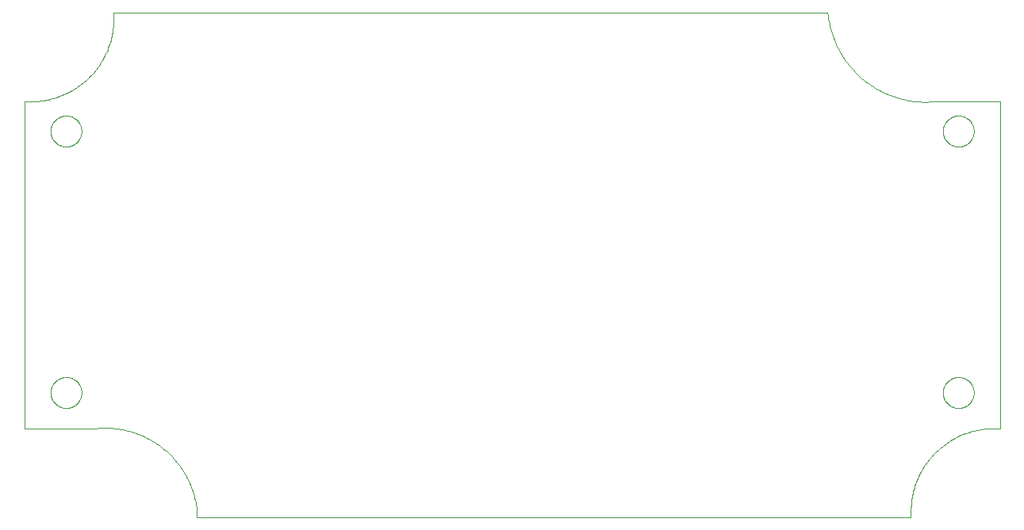
<source format=gko>
G75*
%MOIN*%
%OFA0B0*%
%FSLAX25Y25*%
%IPPOS*%
%LPD*%
%AMOC8*
5,1,8,0,0,1.08239X$1,22.5*
%
%ADD10C,0.00000*%
D10*
X0031787Y0071250D02*
X0032739Y0071330D01*
X0033693Y0071387D01*
X0034648Y0071421D01*
X0035603Y0071431D01*
X0036559Y0071418D01*
X0037513Y0071381D01*
X0038467Y0071321D01*
X0039419Y0071237D01*
X0040368Y0071130D01*
X0041315Y0071000D01*
X0042258Y0070846D01*
X0043197Y0070670D01*
X0044131Y0070470D01*
X0045061Y0070248D01*
X0045984Y0070003D01*
X0046901Y0069735D01*
X0047812Y0069445D01*
X0048715Y0069133D01*
X0049610Y0068798D01*
X0050496Y0068442D01*
X0051374Y0068064D01*
X0052242Y0067665D01*
X0053100Y0067244D01*
X0053947Y0066803D01*
X0054784Y0066341D01*
X0055608Y0065858D01*
X0056421Y0065356D01*
X0057221Y0064833D01*
X0058008Y0064291D01*
X0058781Y0063730D01*
X0059541Y0063150D01*
X0060286Y0062552D01*
X0061016Y0061936D01*
X0061730Y0061301D01*
X0062429Y0060650D01*
X0063112Y0059982D01*
X0063778Y0059297D01*
X0064427Y0058595D01*
X0065059Y0057878D01*
X0065673Y0057146D01*
X0066269Y0056399D01*
X0066846Y0055638D01*
X0067404Y0054863D01*
X0067944Y0054074D01*
X0068463Y0053272D01*
X0068963Y0052458D01*
X0069443Y0051631D01*
X0069902Y0050794D01*
X0070341Y0049945D01*
X0070758Y0049085D01*
X0071155Y0048216D01*
X0071530Y0047337D01*
X0071883Y0046449D01*
X0072215Y0045553D01*
X0072524Y0044649D01*
X0072811Y0043738D01*
X0073075Y0042820D01*
X0073317Y0041895D01*
X0073537Y0040965D01*
X0073733Y0040030D01*
X0073906Y0039090D01*
X0074056Y0038147D01*
X0074183Y0037200D01*
X0074287Y0036250D01*
X0074287Y0033750D01*
X0374287Y0033750D01*
X0374287Y0036250D01*
X0374297Y0037096D01*
X0374328Y0037941D01*
X0374379Y0038785D01*
X0374450Y0039628D01*
X0374542Y0040469D01*
X0374654Y0041307D01*
X0374787Y0042142D01*
X0374939Y0042974D01*
X0375112Y0043802D01*
X0375304Y0044626D01*
X0375516Y0045445D01*
X0375748Y0046258D01*
X0376000Y0047066D01*
X0376271Y0047867D01*
X0376561Y0048661D01*
X0376871Y0049448D01*
X0377199Y0050228D01*
X0377546Y0050999D01*
X0377912Y0051762D01*
X0378296Y0052515D01*
X0378698Y0053259D01*
X0379118Y0053994D01*
X0379556Y0054717D01*
X0380011Y0055430D01*
X0380483Y0056132D01*
X0380971Y0056822D01*
X0381477Y0057501D01*
X0381998Y0058166D01*
X0382536Y0058819D01*
X0383089Y0059459D01*
X0383658Y0060086D01*
X0384241Y0060698D01*
X0384839Y0061296D01*
X0385451Y0061879D01*
X0386078Y0062448D01*
X0386718Y0063001D01*
X0387371Y0063539D01*
X0388036Y0064060D01*
X0388715Y0064566D01*
X0389405Y0065054D01*
X0390107Y0065526D01*
X0390820Y0065981D01*
X0391543Y0066419D01*
X0392278Y0066839D01*
X0393022Y0067241D01*
X0393775Y0067625D01*
X0394538Y0067991D01*
X0395309Y0068338D01*
X0396089Y0068666D01*
X0396876Y0068976D01*
X0397670Y0069266D01*
X0398471Y0069537D01*
X0399279Y0069789D01*
X0400092Y0070021D01*
X0400911Y0070233D01*
X0401735Y0070425D01*
X0402563Y0070598D01*
X0403395Y0070750D01*
X0404230Y0070883D01*
X0405068Y0070995D01*
X0405909Y0071087D01*
X0406752Y0071158D01*
X0407596Y0071209D01*
X0408441Y0071240D01*
X0409287Y0071250D01*
X0411787Y0071250D01*
X0411787Y0208750D01*
X0384287Y0208750D01*
X0387791Y0196250D02*
X0387793Y0196411D01*
X0387799Y0196571D01*
X0387809Y0196732D01*
X0387823Y0196892D01*
X0387841Y0197051D01*
X0387862Y0197211D01*
X0387888Y0197369D01*
X0387918Y0197527D01*
X0387951Y0197684D01*
X0387989Y0197841D01*
X0388030Y0197996D01*
X0388075Y0198150D01*
X0388124Y0198303D01*
X0388177Y0198455D01*
X0388233Y0198605D01*
X0388293Y0198754D01*
X0388357Y0198902D01*
X0388424Y0199048D01*
X0388495Y0199192D01*
X0388570Y0199334D01*
X0388648Y0199475D01*
X0388729Y0199613D01*
X0388814Y0199750D01*
X0388903Y0199884D01*
X0388994Y0200016D01*
X0389089Y0200146D01*
X0389187Y0200273D01*
X0389288Y0200398D01*
X0389392Y0200521D01*
X0389499Y0200640D01*
X0389609Y0200757D01*
X0389722Y0200872D01*
X0389838Y0200983D01*
X0389956Y0201092D01*
X0390077Y0201197D01*
X0390201Y0201300D01*
X0390327Y0201400D01*
X0390456Y0201496D01*
X0390587Y0201589D01*
X0390720Y0201679D01*
X0390855Y0201766D01*
X0390993Y0201849D01*
X0391132Y0201928D01*
X0391274Y0202005D01*
X0391417Y0202078D01*
X0391562Y0202147D01*
X0391709Y0202212D01*
X0391857Y0202274D01*
X0392007Y0202333D01*
X0392158Y0202387D01*
X0392310Y0202438D01*
X0392464Y0202485D01*
X0392619Y0202528D01*
X0392774Y0202567D01*
X0392931Y0202603D01*
X0393089Y0202635D01*
X0393247Y0202662D01*
X0393406Y0202686D01*
X0393565Y0202706D01*
X0393725Y0202722D01*
X0393886Y0202734D01*
X0394046Y0202742D01*
X0394207Y0202746D01*
X0394367Y0202746D01*
X0394528Y0202742D01*
X0394688Y0202734D01*
X0394849Y0202722D01*
X0395009Y0202706D01*
X0395168Y0202686D01*
X0395327Y0202662D01*
X0395485Y0202635D01*
X0395643Y0202603D01*
X0395800Y0202567D01*
X0395955Y0202528D01*
X0396110Y0202485D01*
X0396264Y0202438D01*
X0396416Y0202387D01*
X0396567Y0202333D01*
X0396717Y0202274D01*
X0396865Y0202212D01*
X0397012Y0202147D01*
X0397157Y0202078D01*
X0397300Y0202005D01*
X0397442Y0201928D01*
X0397581Y0201849D01*
X0397719Y0201766D01*
X0397854Y0201679D01*
X0397987Y0201589D01*
X0398118Y0201496D01*
X0398247Y0201400D01*
X0398373Y0201300D01*
X0398497Y0201197D01*
X0398618Y0201092D01*
X0398736Y0200983D01*
X0398852Y0200872D01*
X0398965Y0200757D01*
X0399075Y0200640D01*
X0399182Y0200521D01*
X0399286Y0200398D01*
X0399387Y0200273D01*
X0399485Y0200146D01*
X0399580Y0200016D01*
X0399671Y0199884D01*
X0399760Y0199750D01*
X0399845Y0199613D01*
X0399926Y0199475D01*
X0400004Y0199334D01*
X0400079Y0199192D01*
X0400150Y0199048D01*
X0400217Y0198902D01*
X0400281Y0198754D01*
X0400341Y0198605D01*
X0400397Y0198455D01*
X0400450Y0198303D01*
X0400499Y0198150D01*
X0400544Y0197996D01*
X0400585Y0197841D01*
X0400623Y0197684D01*
X0400656Y0197527D01*
X0400686Y0197369D01*
X0400712Y0197211D01*
X0400733Y0197051D01*
X0400751Y0196892D01*
X0400765Y0196732D01*
X0400775Y0196571D01*
X0400781Y0196411D01*
X0400783Y0196250D01*
X0400781Y0196089D01*
X0400775Y0195929D01*
X0400765Y0195768D01*
X0400751Y0195608D01*
X0400733Y0195449D01*
X0400712Y0195289D01*
X0400686Y0195131D01*
X0400656Y0194973D01*
X0400623Y0194816D01*
X0400585Y0194659D01*
X0400544Y0194504D01*
X0400499Y0194350D01*
X0400450Y0194197D01*
X0400397Y0194045D01*
X0400341Y0193895D01*
X0400281Y0193746D01*
X0400217Y0193598D01*
X0400150Y0193452D01*
X0400079Y0193308D01*
X0400004Y0193166D01*
X0399926Y0193025D01*
X0399845Y0192887D01*
X0399760Y0192750D01*
X0399671Y0192616D01*
X0399580Y0192484D01*
X0399485Y0192354D01*
X0399387Y0192227D01*
X0399286Y0192102D01*
X0399182Y0191979D01*
X0399075Y0191860D01*
X0398965Y0191743D01*
X0398852Y0191628D01*
X0398736Y0191517D01*
X0398618Y0191408D01*
X0398497Y0191303D01*
X0398373Y0191200D01*
X0398247Y0191100D01*
X0398118Y0191004D01*
X0397987Y0190911D01*
X0397854Y0190821D01*
X0397719Y0190734D01*
X0397581Y0190651D01*
X0397442Y0190572D01*
X0397300Y0190495D01*
X0397157Y0190422D01*
X0397012Y0190353D01*
X0396865Y0190288D01*
X0396717Y0190226D01*
X0396567Y0190167D01*
X0396416Y0190113D01*
X0396264Y0190062D01*
X0396110Y0190015D01*
X0395955Y0189972D01*
X0395800Y0189933D01*
X0395643Y0189897D01*
X0395485Y0189865D01*
X0395327Y0189838D01*
X0395168Y0189814D01*
X0395009Y0189794D01*
X0394849Y0189778D01*
X0394688Y0189766D01*
X0394528Y0189758D01*
X0394367Y0189754D01*
X0394207Y0189754D01*
X0394046Y0189758D01*
X0393886Y0189766D01*
X0393725Y0189778D01*
X0393565Y0189794D01*
X0393406Y0189814D01*
X0393247Y0189838D01*
X0393089Y0189865D01*
X0392931Y0189897D01*
X0392774Y0189933D01*
X0392619Y0189972D01*
X0392464Y0190015D01*
X0392310Y0190062D01*
X0392158Y0190113D01*
X0392007Y0190167D01*
X0391857Y0190226D01*
X0391709Y0190288D01*
X0391562Y0190353D01*
X0391417Y0190422D01*
X0391274Y0190495D01*
X0391132Y0190572D01*
X0390993Y0190651D01*
X0390855Y0190734D01*
X0390720Y0190821D01*
X0390587Y0190911D01*
X0390456Y0191004D01*
X0390327Y0191100D01*
X0390201Y0191200D01*
X0390077Y0191303D01*
X0389956Y0191408D01*
X0389838Y0191517D01*
X0389722Y0191628D01*
X0389609Y0191743D01*
X0389499Y0191860D01*
X0389392Y0191979D01*
X0389288Y0192102D01*
X0389187Y0192227D01*
X0389089Y0192354D01*
X0388994Y0192484D01*
X0388903Y0192616D01*
X0388814Y0192750D01*
X0388729Y0192887D01*
X0388648Y0193025D01*
X0388570Y0193166D01*
X0388495Y0193308D01*
X0388424Y0193452D01*
X0388357Y0193598D01*
X0388293Y0193746D01*
X0388233Y0193895D01*
X0388177Y0194045D01*
X0388124Y0194197D01*
X0388075Y0194350D01*
X0388030Y0194504D01*
X0387989Y0194659D01*
X0387951Y0194816D01*
X0387918Y0194973D01*
X0387888Y0195131D01*
X0387862Y0195289D01*
X0387841Y0195449D01*
X0387823Y0195608D01*
X0387809Y0195768D01*
X0387799Y0195929D01*
X0387793Y0196089D01*
X0387791Y0196250D01*
X0384287Y0208750D02*
X0383289Y0208672D01*
X0382290Y0208617D01*
X0381289Y0208587D01*
X0380288Y0208581D01*
X0379288Y0208599D01*
X0378287Y0208641D01*
X0377289Y0208708D01*
X0376292Y0208798D01*
X0375298Y0208913D01*
X0374306Y0209051D01*
X0373319Y0209214D01*
X0372335Y0209400D01*
X0371357Y0209610D01*
X0370383Y0209844D01*
X0369416Y0210101D01*
X0368455Y0210381D01*
X0367501Y0210685D01*
X0366555Y0211011D01*
X0365617Y0211361D01*
X0364688Y0211732D01*
X0363768Y0212126D01*
X0362857Y0212543D01*
X0361957Y0212981D01*
X0361068Y0213441D01*
X0360191Y0213922D01*
X0359325Y0214424D01*
X0358471Y0214947D01*
X0357631Y0215490D01*
X0356804Y0216054D01*
X0355990Y0216637D01*
X0355191Y0217240D01*
X0354407Y0217862D01*
X0353638Y0218503D01*
X0352885Y0219162D01*
X0352148Y0219839D01*
X0351427Y0220534D01*
X0350724Y0221246D01*
X0350038Y0221975D01*
X0349369Y0222720D01*
X0348719Y0223481D01*
X0348088Y0224258D01*
X0347475Y0225049D01*
X0346882Y0225856D01*
X0346308Y0226676D01*
X0345755Y0227510D01*
X0345221Y0228357D01*
X0344709Y0229216D01*
X0344217Y0230088D01*
X0343746Y0230972D01*
X0343297Y0231866D01*
X0342870Y0232771D01*
X0342465Y0233687D01*
X0342082Y0234611D01*
X0341721Y0235545D01*
X0341383Y0236487D01*
X0341068Y0237437D01*
X0340776Y0238395D01*
X0340507Y0239359D01*
X0340262Y0240329D01*
X0340040Y0241305D01*
X0339842Y0242286D01*
X0339667Y0243272D01*
X0339516Y0244261D01*
X0339390Y0245254D01*
X0339287Y0246250D01*
X0039287Y0246250D01*
X0039287Y0243750D01*
X0039277Y0242904D01*
X0039246Y0242059D01*
X0039195Y0241215D01*
X0039124Y0240372D01*
X0039032Y0239531D01*
X0038920Y0238693D01*
X0038787Y0237858D01*
X0038635Y0237026D01*
X0038462Y0236198D01*
X0038270Y0235374D01*
X0038058Y0234555D01*
X0037826Y0233742D01*
X0037574Y0232934D01*
X0037303Y0232133D01*
X0037013Y0231339D01*
X0036703Y0230552D01*
X0036375Y0229772D01*
X0036028Y0229001D01*
X0035662Y0228238D01*
X0035278Y0227485D01*
X0034876Y0226741D01*
X0034456Y0226006D01*
X0034018Y0225283D01*
X0033563Y0224570D01*
X0033091Y0223868D01*
X0032603Y0223178D01*
X0032097Y0222499D01*
X0031576Y0221834D01*
X0031038Y0221181D01*
X0030485Y0220541D01*
X0029916Y0219914D01*
X0029333Y0219302D01*
X0028735Y0218704D01*
X0028123Y0218121D01*
X0027496Y0217552D01*
X0026856Y0216999D01*
X0026203Y0216461D01*
X0025538Y0215940D01*
X0024859Y0215434D01*
X0024169Y0214946D01*
X0023467Y0214474D01*
X0022754Y0214019D01*
X0022031Y0213581D01*
X0021296Y0213161D01*
X0020552Y0212759D01*
X0019799Y0212375D01*
X0019036Y0212009D01*
X0018265Y0211662D01*
X0017485Y0211334D01*
X0016698Y0211024D01*
X0015904Y0210734D01*
X0015103Y0210463D01*
X0014295Y0210211D01*
X0013482Y0209979D01*
X0012663Y0209767D01*
X0011839Y0209575D01*
X0011011Y0209402D01*
X0010179Y0209250D01*
X0009344Y0209117D01*
X0008506Y0209005D01*
X0007665Y0208913D01*
X0006822Y0208842D01*
X0005978Y0208791D01*
X0005133Y0208760D01*
X0004287Y0208750D01*
X0001787Y0208750D01*
X0001787Y0071250D01*
X0031787Y0071250D01*
X0012791Y0086250D02*
X0012793Y0086411D01*
X0012799Y0086571D01*
X0012809Y0086732D01*
X0012823Y0086892D01*
X0012841Y0087051D01*
X0012862Y0087211D01*
X0012888Y0087369D01*
X0012918Y0087527D01*
X0012951Y0087684D01*
X0012989Y0087841D01*
X0013030Y0087996D01*
X0013075Y0088150D01*
X0013124Y0088303D01*
X0013177Y0088455D01*
X0013233Y0088605D01*
X0013293Y0088754D01*
X0013357Y0088902D01*
X0013424Y0089048D01*
X0013495Y0089192D01*
X0013570Y0089334D01*
X0013648Y0089475D01*
X0013729Y0089613D01*
X0013814Y0089750D01*
X0013903Y0089884D01*
X0013994Y0090016D01*
X0014089Y0090146D01*
X0014187Y0090273D01*
X0014288Y0090398D01*
X0014392Y0090521D01*
X0014499Y0090640D01*
X0014609Y0090757D01*
X0014722Y0090872D01*
X0014838Y0090983D01*
X0014956Y0091092D01*
X0015077Y0091197D01*
X0015201Y0091300D01*
X0015327Y0091400D01*
X0015456Y0091496D01*
X0015587Y0091589D01*
X0015720Y0091679D01*
X0015855Y0091766D01*
X0015993Y0091849D01*
X0016132Y0091928D01*
X0016274Y0092005D01*
X0016417Y0092078D01*
X0016562Y0092147D01*
X0016709Y0092212D01*
X0016857Y0092274D01*
X0017007Y0092333D01*
X0017158Y0092387D01*
X0017310Y0092438D01*
X0017464Y0092485D01*
X0017619Y0092528D01*
X0017774Y0092567D01*
X0017931Y0092603D01*
X0018089Y0092635D01*
X0018247Y0092662D01*
X0018406Y0092686D01*
X0018565Y0092706D01*
X0018725Y0092722D01*
X0018886Y0092734D01*
X0019046Y0092742D01*
X0019207Y0092746D01*
X0019367Y0092746D01*
X0019528Y0092742D01*
X0019688Y0092734D01*
X0019849Y0092722D01*
X0020009Y0092706D01*
X0020168Y0092686D01*
X0020327Y0092662D01*
X0020485Y0092635D01*
X0020643Y0092603D01*
X0020800Y0092567D01*
X0020955Y0092528D01*
X0021110Y0092485D01*
X0021264Y0092438D01*
X0021416Y0092387D01*
X0021567Y0092333D01*
X0021717Y0092274D01*
X0021865Y0092212D01*
X0022012Y0092147D01*
X0022157Y0092078D01*
X0022300Y0092005D01*
X0022442Y0091928D01*
X0022581Y0091849D01*
X0022719Y0091766D01*
X0022854Y0091679D01*
X0022987Y0091589D01*
X0023118Y0091496D01*
X0023247Y0091400D01*
X0023373Y0091300D01*
X0023497Y0091197D01*
X0023618Y0091092D01*
X0023736Y0090983D01*
X0023852Y0090872D01*
X0023965Y0090757D01*
X0024075Y0090640D01*
X0024182Y0090521D01*
X0024286Y0090398D01*
X0024387Y0090273D01*
X0024485Y0090146D01*
X0024580Y0090016D01*
X0024671Y0089884D01*
X0024760Y0089750D01*
X0024845Y0089613D01*
X0024926Y0089475D01*
X0025004Y0089334D01*
X0025079Y0089192D01*
X0025150Y0089048D01*
X0025217Y0088902D01*
X0025281Y0088754D01*
X0025341Y0088605D01*
X0025397Y0088455D01*
X0025450Y0088303D01*
X0025499Y0088150D01*
X0025544Y0087996D01*
X0025585Y0087841D01*
X0025623Y0087684D01*
X0025656Y0087527D01*
X0025686Y0087369D01*
X0025712Y0087211D01*
X0025733Y0087051D01*
X0025751Y0086892D01*
X0025765Y0086732D01*
X0025775Y0086571D01*
X0025781Y0086411D01*
X0025783Y0086250D01*
X0025781Y0086089D01*
X0025775Y0085929D01*
X0025765Y0085768D01*
X0025751Y0085608D01*
X0025733Y0085449D01*
X0025712Y0085289D01*
X0025686Y0085131D01*
X0025656Y0084973D01*
X0025623Y0084816D01*
X0025585Y0084659D01*
X0025544Y0084504D01*
X0025499Y0084350D01*
X0025450Y0084197D01*
X0025397Y0084045D01*
X0025341Y0083895D01*
X0025281Y0083746D01*
X0025217Y0083598D01*
X0025150Y0083452D01*
X0025079Y0083308D01*
X0025004Y0083166D01*
X0024926Y0083025D01*
X0024845Y0082887D01*
X0024760Y0082750D01*
X0024671Y0082616D01*
X0024580Y0082484D01*
X0024485Y0082354D01*
X0024387Y0082227D01*
X0024286Y0082102D01*
X0024182Y0081979D01*
X0024075Y0081860D01*
X0023965Y0081743D01*
X0023852Y0081628D01*
X0023736Y0081517D01*
X0023618Y0081408D01*
X0023497Y0081303D01*
X0023373Y0081200D01*
X0023247Y0081100D01*
X0023118Y0081004D01*
X0022987Y0080911D01*
X0022854Y0080821D01*
X0022719Y0080734D01*
X0022581Y0080651D01*
X0022442Y0080572D01*
X0022300Y0080495D01*
X0022157Y0080422D01*
X0022012Y0080353D01*
X0021865Y0080288D01*
X0021717Y0080226D01*
X0021567Y0080167D01*
X0021416Y0080113D01*
X0021264Y0080062D01*
X0021110Y0080015D01*
X0020955Y0079972D01*
X0020800Y0079933D01*
X0020643Y0079897D01*
X0020485Y0079865D01*
X0020327Y0079838D01*
X0020168Y0079814D01*
X0020009Y0079794D01*
X0019849Y0079778D01*
X0019688Y0079766D01*
X0019528Y0079758D01*
X0019367Y0079754D01*
X0019207Y0079754D01*
X0019046Y0079758D01*
X0018886Y0079766D01*
X0018725Y0079778D01*
X0018565Y0079794D01*
X0018406Y0079814D01*
X0018247Y0079838D01*
X0018089Y0079865D01*
X0017931Y0079897D01*
X0017774Y0079933D01*
X0017619Y0079972D01*
X0017464Y0080015D01*
X0017310Y0080062D01*
X0017158Y0080113D01*
X0017007Y0080167D01*
X0016857Y0080226D01*
X0016709Y0080288D01*
X0016562Y0080353D01*
X0016417Y0080422D01*
X0016274Y0080495D01*
X0016132Y0080572D01*
X0015993Y0080651D01*
X0015855Y0080734D01*
X0015720Y0080821D01*
X0015587Y0080911D01*
X0015456Y0081004D01*
X0015327Y0081100D01*
X0015201Y0081200D01*
X0015077Y0081303D01*
X0014956Y0081408D01*
X0014838Y0081517D01*
X0014722Y0081628D01*
X0014609Y0081743D01*
X0014499Y0081860D01*
X0014392Y0081979D01*
X0014288Y0082102D01*
X0014187Y0082227D01*
X0014089Y0082354D01*
X0013994Y0082484D01*
X0013903Y0082616D01*
X0013814Y0082750D01*
X0013729Y0082887D01*
X0013648Y0083025D01*
X0013570Y0083166D01*
X0013495Y0083308D01*
X0013424Y0083452D01*
X0013357Y0083598D01*
X0013293Y0083746D01*
X0013233Y0083895D01*
X0013177Y0084045D01*
X0013124Y0084197D01*
X0013075Y0084350D01*
X0013030Y0084504D01*
X0012989Y0084659D01*
X0012951Y0084816D01*
X0012918Y0084973D01*
X0012888Y0085131D01*
X0012862Y0085289D01*
X0012841Y0085449D01*
X0012823Y0085608D01*
X0012809Y0085768D01*
X0012799Y0085929D01*
X0012793Y0086089D01*
X0012791Y0086250D01*
X0012791Y0196250D02*
X0012793Y0196411D01*
X0012799Y0196571D01*
X0012809Y0196732D01*
X0012823Y0196892D01*
X0012841Y0197051D01*
X0012862Y0197211D01*
X0012888Y0197369D01*
X0012918Y0197527D01*
X0012951Y0197684D01*
X0012989Y0197841D01*
X0013030Y0197996D01*
X0013075Y0198150D01*
X0013124Y0198303D01*
X0013177Y0198455D01*
X0013233Y0198605D01*
X0013293Y0198754D01*
X0013357Y0198902D01*
X0013424Y0199048D01*
X0013495Y0199192D01*
X0013570Y0199334D01*
X0013648Y0199475D01*
X0013729Y0199613D01*
X0013814Y0199750D01*
X0013903Y0199884D01*
X0013994Y0200016D01*
X0014089Y0200146D01*
X0014187Y0200273D01*
X0014288Y0200398D01*
X0014392Y0200521D01*
X0014499Y0200640D01*
X0014609Y0200757D01*
X0014722Y0200872D01*
X0014838Y0200983D01*
X0014956Y0201092D01*
X0015077Y0201197D01*
X0015201Y0201300D01*
X0015327Y0201400D01*
X0015456Y0201496D01*
X0015587Y0201589D01*
X0015720Y0201679D01*
X0015855Y0201766D01*
X0015993Y0201849D01*
X0016132Y0201928D01*
X0016274Y0202005D01*
X0016417Y0202078D01*
X0016562Y0202147D01*
X0016709Y0202212D01*
X0016857Y0202274D01*
X0017007Y0202333D01*
X0017158Y0202387D01*
X0017310Y0202438D01*
X0017464Y0202485D01*
X0017619Y0202528D01*
X0017774Y0202567D01*
X0017931Y0202603D01*
X0018089Y0202635D01*
X0018247Y0202662D01*
X0018406Y0202686D01*
X0018565Y0202706D01*
X0018725Y0202722D01*
X0018886Y0202734D01*
X0019046Y0202742D01*
X0019207Y0202746D01*
X0019367Y0202746D01*
X0019528Y0202742D01*
X0019688Y0202734D01*
X0019849Y0202722D01*
X0020009Y0202706D01*
X0020168Y0202686D01*
X0020327Y0202662D01*
X0020485Y0202635D01*
X0020643Y0202603D01*
X0020800Y0202567D01*
X0020955Y0202528D01*
X0021110Y0202485D01*
X0021264Y0202438D01*
X0021416Y0202387D01*
X0021567Y0202333D01*
X0021717Y0202274D01*
X0021865Y0202212D01*
X0022012Y0202147D01*
X0022157Y0202078D01*
X0022300Y0202005D01*
X0022442Y0201928D01*
X0022581Y0201849D01*
X0022719Y0201766D01*
X0022854Y0201679D01*
X0022987Y0201589D01*
X0023118Y0201496D01*
X0023247Y0201400D01*
X0023373Y0201300D01*
X0023497Y0201197D01*
X0023618Y0201092D01*
X0023736Y0200983D01*
X0023852Y0200872D01*
X0023965Y0200757D01*
X0024075Y0200640D01*
X0024182Y0200521D01*
X0024286Y0200398D01*
X0024387Y0200273D01*
X0024485Y0200146D01*
X0024580Y0200016D01*
X0024671Y0199884D01*
X0024760Y0199750D01*
X0024845Y0199613D01*
X0024926Y0199475D01*
X0025004Y0199334D01*
X0025079Y0199192D01*
X0025150Y0199048D01*
X0025217Y0198902D01*
X0025281Y0198754D01*
X0025341Y0198605D01*
X0025397Y0198455D01*
X0025450Y0198303D01*
X0025499Y0198150D01*
X0025544Y0197996D01*
X0025585Y0197841D01*
X0025623Y0197684D01*
X0025656Y0197527D01*
X0025686Y0197369D01*
X0025712Y0197211D01*
X0025733Y0197051D01*
X0025751Y0196892D01*
X0025765Y0196732D01*
X0025775Y0196571D01*
X0025781Y0196411D01*
X0025783Y0196250D01*
X0025781Y0196089D01*
X0025775Y0195929D01*
X0025765Y0195768D01*
X0025751Y0195608D01*
X0025733Y0195449D01*
X0025712Y0195289D01*
X0025686Y0195131D01*
X0025656Y0194973D01*
X0025623Y0194816D01*
X0025585Y0194659D01*
X0025544Y0194504D01*
X0025499Y0194350D01*
X0025450Y0194197D01*
X0025397Y0194045D01*
X0025341Y0193895D01*
X0025281Y0193746D01*
X0025217Y0193598D01*
X0025150Y0193452D01*
X0025079Y0193308D01*
X0025004Y0193166D01*
X0024926Y0193025D01*
X0024845Y0192887D01*
X0024760Y0192750D01*
X0024671Y0192616D01*
X0024580Y0192484D01*
X0024485Y0192354D01*
X0024387Y0192227D01*
X0024286Y0192102D01*
X0024182Y0191979D01*
X0024075Y0191860D01*
X0023965Y0191743D01*
X0023852Y0191628D01*
X0023736Y0191517D01*
X0023618Y0191408D01*
X0023497Y0191303D01*
X0023373Y0191200D01*
X0023247Y0191100D01*
X0023118Y0191004D01*
X0022987Y0190911D01*
X0022854Y0190821D01*
X0022719Y0190734D01*
X0022581Y0190651D01*
X0022442Y0190572D01*
X0022300Y0190495D01*
X0022157Y0190422D01*
X0022012Y0190353D01*
X0021865Y0190288D01*
X0021717Y0190226D01*
X0021567Y0190167D01*
X0021416Y0190113D01*
X0021264Y0190062D01*
X0021110Y0190015D01*
X0020955Y0189972D01*
X0020800Y0189933D01*
X0020643Y0189897D01*
X0020485Y0189865D01*
X0020327Y0189838D01*
X0020168Y0189814D01*
X0020009Y0189794D01*
X0019849Y0189778D01*
X0019688Y0189766D01*
X0019528Y0189758D01*
X0019367Y0189754D01*
X0019207Y0189754D01*
X0019046Y0189758D01*
X0018886Y0189766D01*
X0018725Y0189778D01*
X0018565Y0189794D01*
X0018406Y0189814D01*
X0018247Y0189838D01*
X0018089Y0189865D01*
X0017931Y0189897D01*
X0017774Y0189933D01*
X0017619Y0189972D01*
X0017464Y0190015D01*
X0017310Y0190062D01*
X0017158Y0190113D01*
X0017007Y0190167D01*
X0016857Y0190226D01*
X0016709Y0190288D01*
X0016562Y0190353D01*
X0016417Y0190422D01*
X0016274Y0190495D01*
X0016132Y0190572D01*
X0015993Y0190651D01*
X0015855Y0190734D01*
X0015720Y0190821D01*
X0015587Y0190911D01*
X0015456Y0191004D01*
X0015327Y0191100D01*
X0015201Y0191200D01*
X0015077Y0191303D01*
X0014956Y0191408D01*
X0014838Y0191517D01*
X0014722Y0191628D01*
X0014609Y0191743D01*
X0014499Y0191860D01*
X0014392Y0191979D01*
X0014288Y0192102D01*
X0014187Y0192227D01*
X0014089Y0192354D01*
X0013994Y0192484D01*
X0013903Y0192616D01*
X0013814Y0192750D01*
X0013729Y0192887D01*
X0013648Y0193025D01*
X0013570Y0193166D01*
X0013495Y0193308D01*
X0013424Y0193452D01*
X0013357Y0193598D01*
X0013293Y0193746D01*
X0013233Y0193895D01*
X0013177Y0194045D01*
X0013124Y0194197D01*
X0013075Y0194350D01*
X0013030Y0194504D01*
X0012989Y0194659D01*
X0012951Y0194816D01*
X0012918Y0194973D01*
X0012888Y0195131D01*
X0012862Y0195289D01*
X0012841Y0195449D01*
X0012823Y0195608D01*
X0012809Y0195768D01*
X0012799Y0195929D01*
X0012793Y0196089D01*
X0012791Y0196250D01*
X0387791Y0086250D02*
X0387793Y0086411D01*
X0387799Y0086571D01*
X0387809Y0086732D01*
X0387823Y0086892D01*
X0387841Y0087051D01*
X0387862Y0087211D01*
X0387888Y0087369D01*
X0387918Y0087527D01*
X0387951Y0087684D01*
X0387989Y0087841D01*
X0388030Y0087996D01*
X0388075Y0088150D01*
X0388124Y0088303D01*
X0388177Y0088455D01*
X0388233Y0088605D01*
X0388293Y0088754D01*
X0388357Y0088902D01*
X0388424Y0089048D01*
X0388495Y0089192D01*
X0388570Y0089334D01*
X0388648Y0089475D01*
X0388729Y0089613D01*
X0388814Y0089750D01*
X0388903Y0089884D01*
X0388994Y0090016D01*
X0389089Y0090146D01*
X0389187Y0090273D01*
X0389288Y0090398D01*
X0389392Y0090521D01*
X0389499Y0090640D01*
X0389609Y0090757D01*
X0389722Y0090872D01*
X0389838Y0090983D01*
X0389956Y0091092D01*
X0390077Y0091197D01*
X0390201Y0091300D01*
X0390327Y0091400D01*
X0390456Y0091496D01*
X0390587Y0091589D01*
X0390720Y0091679D01*
X0390855Y0091766D01*
X0390993Y0091849D01*
X0391132Y0091928D01*
X0391274Y0092005D01*
X0391417Y0092078D01*
X0391562Y0092147D01*
X0391709Y0092212D01*
X0391857Y0092274D01*
X0392007Y0092333D01*
X0392158Y0092387D01*
X0392310Y0092438D01*
X0392464Y0092485D01*
X0392619Y0092528D01*
X0392774Y0092567D01*
X0392931Y0092603D01*
X0393089Y0092635D01*
X0393247Y0092662D01*
X0393406Y0092686D01*
X0393565Y0092706D01*
X0393725Y0092722D01*
X0393886Y0092734D01*
X0394046Y0092742D01*
X0394207Y0092746D01*
X0394367Y0092746D01*
X0394528Y0092742D01*
X0394688Y0092734D01*
X0394849Y0092722D01*
X0395009Y0092706D01*
X0395168Y0092686D01*
X0395327Y0092662D01*
X0395485Y0092635D01*
X0395643Y0092603D01*
X0395800Y0092567D01*
X0395955Y0092528D01*
X0396110Y0092485D01*
X0396264Y0092438D01*
X0396416Y0092387D01*
X0396567Y0092333D01*
X0396717Y0092274D01*
X0396865Y0092212D01*
X0397012Y0092147D01*
X0397157Y0092078D01*
X0397300Y0092005D01*
X0397442Y0091928D01*
X0397581Y0091849D01*
X0397719Y0091766D01*
X0397854Y0091679D01*
X0397987Y0091589D01*
X0398118Y0091496D01*
X0398247Y0091400D01*
X0398373Y0091300D01*
X0398497Y0091197D01*
X0398618Y0091092D01*
X0398736Y0090983D01*
X0398852Y0090872D01*
X0398965Y0090757D01*
X0399075Y0090640D01*
X0399182Y0090521D01*
X0399286Y0090398D01*
X0399387Y0090273D01*
X0399485Y0090146D01*
X0399580Y0090016D01*
X0399671Y0089884D01*
X0399760Y0089750D01*
X0399845Y0089613D01*
X0399926Y0089475D01*
X0400004Y0089334D01*
X0400079Y0089192D01*
X0400150Y0089048D01*
X0400217Y0088902D01*
X0400281Y0088754D01*
X0400341Y0088605D01*
X0400397Y0088455D01*
X0400450Y0088303D01*
X0400499Y0088150D01*
X0400544Y0087996D01*
X0400585Y0087841D01*
X0400623Y0087684D01*
X0400656Y0087527D01*
X0400686Y0087369D01*
X0400712Y0087211D01*
X0400733Y0087051D01*
X0400751Y0086892D01*
X0400765Y0086732D01*
X0400775Y0086571D01*
X0400781Y0086411D01*
X0400783Y0086250D01*
X0400781Y0086089D01*
X0400775Y0085929D01*
X0400765Y0085768D01*
X0400751Y0085608D01*
X0400733Y0085449D01*
X0400712Y0085289D01*
X0400686Y0085131D01*
X0400656Y0084973D01*
X0400623Y0084816D01*
X0400585Y0084659D01*
X0400544Y0084504D01*
X0400499Y0084350D01*
X0400450Y0084197D01*
X0400397Y0084045D01*
X0400341Y0083895D01*
X0400281Y0083746D01*
X0400217Y0083598D01*
X0400150Y0083452D01*
X0400079Y0083308D01*
X0400004Y0083166D01*
X0399926Y0083025D01*
X0399845Y0082887D01*
X0399760Y0082750D01*
X0399671Y0082616D01*
X0399580Y0082484D01*
X0399485Y0082354D01*
X0399387Y0082227D01*
X0399286Y0082102D01*
X0399182Y0081979D01*
X0399075Y0081860D01*
X0398965Y0081743D01*
X0398852Y0081628D01*
X0398736Y0081517D01*
X0398618Y0081408D01*
X0398497Y0081303D01*
X0398373Y0081200D01*
X0398247Y0081100D01*
X0398118Y0081004D01*
X0397987Y0080911D01*
X0397854Y0080821D01*
X0397719Y0080734D01*
X0397581Y0080651D01*
X0397442Y0080572D01*
X0397300Y0080495D01*
X0397157Y0080422D01*
X0397012Y0080353D01*
X0396865Y0080288D01*
X0396717Y0080226D01*
X0396567Y0080167D01*
X0396416Y0080113D01*
X0396264Y0080062D01*
X0396110Y0080015D01*
X0395955Y0079972D01*
X0395800Y0079933D01*
X0395643Y0079897D01*
X0395485Y0079865D01*
X0395327Y0079838D01*
X0395168Y0079814D01*
X0395009Y0079794D01*
X0394849Y0079778D01*
X0394688Y0079766D01*
X0394528Y0079758D01*
X0394367Y0079754D01*
X0394207Y0079754D01*
X0394046Y0079758D01*
X0393886Y0079766D01*
X0393725Y0079778D01*
X0393565Y0079794D01*
X0393406Y0079814D01*
X0393247Y0079838D01*
X0393089Y0079865D01*
X0392931Y0079897D01*
X0392774Y0079933D01*
X0392619Y0079972D01*
X0392464Y0080015D01*
X0392310Y0080062D01*
X0392158Y0080113D01*
X0392007Y0080167D01*
X0391857Y0080226D01*
X0391709Y0080288D01*
X0391562Y0080353D01*
X0391417Y0080422D01*
X0391274Y0080495D01*
X0391132Y0080572D01*
X0390993Y0080651D01*
X0390855Y0080734D01*
X0390720Y0080821D01*
X0390587Y0080911D01*
X0390456Y0081004D01*
X0390327Y0081100D01*
X0390201Y0081200D01*
X0390077Y0081303D01*
X0389956Y0081408D01*
X0389838Y0081517D01*
X0389722Y0081628D01*
X0389609Y0081743D01*
X0389499Y0081860D01*
X0389392Y0081979D01*
X0389288Y0082102D01*
X0389187Y0082227D01*
X0389089Y0082354D01*
X0388994Y0082484D01*
X0388903Y0082616D01*
X0388814Y0082750D01*
X0388729Y0082887D01*
X0388648Y0083025D01*
X0388570Y0083166D01*
X0388495Y0083308D01*
X0388424Y0083452D01*
X0388357Y0083598D01*
X0388293Y0083746D01*
X0388233Y0083895D01*
X0388177Y0084045D01*
X0388124Y0084197D01*
X0388075Y0084350D01*
X0388030Y0084504D01*
X0387989Y0084659D01*
X0387951Y0084816D01*
X0387918Y0084973D01*
X0387888Y0085131D01*
X0387862Y0085289D01*
X0387841Y0085449D01*
X0387823Y0085608D01*
X0387809Y0085768D01*
X0387799Y0085929D01*
X0387793Y0086089D01*
X0387791Y0086250D01*
M02*

</source>
